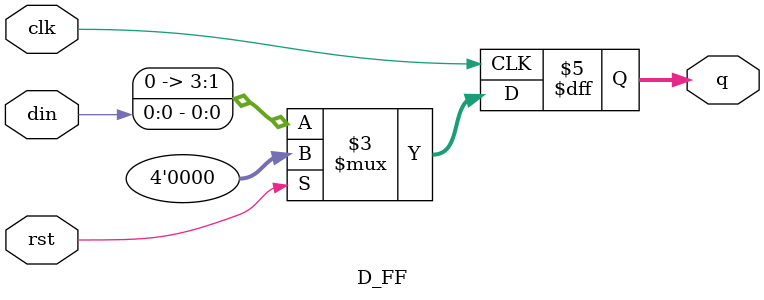
<source format=v>
`timescale 1ns / 1ps

  module Jhonson_Counter(
  input clk,rst,din,
  output [3:0]q);
  
  wire w1;
  not (w1,q[3]);
  
  D_FF D1(clk,rst,w1,q[0]);
  D_FF D2(clk,rst,q[0],q[1]);
  D_FF D3(clk,rst,q[1],q[2]);
  D_FF D4(clk,rst,q[2],q[3]);
endmodule


module D_FF(input clk,rst,din, output reg [3:0]q);

always @(posedge clk) begin 
if(rst) q=1'b0;
else q=din;
end
 
endmodule
</source>
